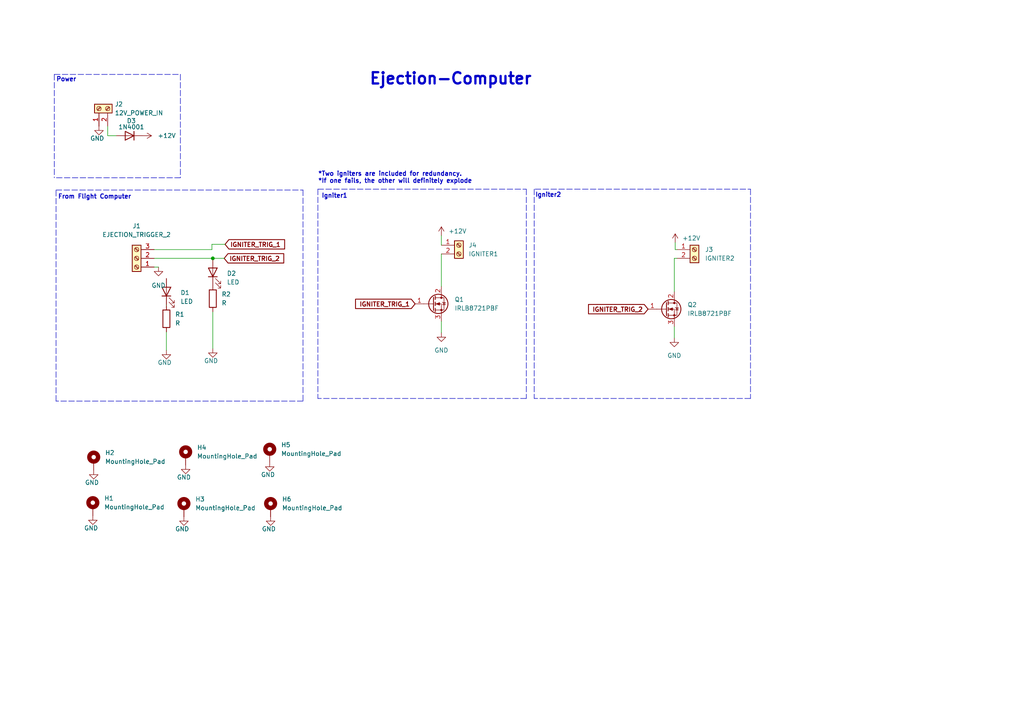
<source format=kicad_sch>
(kicad_sch (version 20211123) (generator eeschema)
  (paper "A4")
  (lib_symbols
    (symbol "Connector:Screw_Terminal_01x02" (pin_names (offset 1.016) hide)
      (property "Reference" "J" (at 0 2.54 0))
      (property "Value" "Screw_Terminal_01x02" (at 0 -5.08 0))
      (symbol "Screw_Terminal_01x02_1_1"
        (rectangle (start -1.27 1.27) (end 1.27 -3.81) (stroke (width 0.254)) (fill (type background)))
        (circle (center 0 -2.54) (radius 0.635) (stroke (width 0.1524)))
        (polyline (pts (xy -0.5334 -2.2098) (xy 0.3302 -3.048)) (stroke (width 0.1524)))
        (polyline (pts (xy -0.5334 0.3302) (xy 0.3302 -0.508)) (stroke (width 0.1524)))
        (polyline (pts (xy -0.3556 -2.032) (xy 0.508 -2.8702)) (stroke (width 0.1524)))
        (polyline (pts (xy -0.3556 0.508) (xy 0.508 -0.3302)) (stroke (width 0.1524)))
        (circle (center 0 0) (radius 0.635) (stroke (width 0.1524)))
        (pin passive line (at -5.08 0 0) (length 3.81) (name "Pin_1") (number "1"))
        (pin passive line (at -5.08 -2.54 0) (length 3.81) (name "Pin_2") (number "2"))
      )
    )
    (symbol "Connector:Screw_Terminal_01x03" (pin_names (offset 1.016) hide)
      (property "Reference" "J" (at 0 5.08 0))
      (property "Value" "Screw_Terminal_01x03" (at 0 -5.08 0))
      (symbol "Screw_Terminal_01x03_1_1"
        (rectangle (start -1.27 3.81) (end 1.27 -3.81) (stroke (width 0.254)) (fill (type background)))
        (circle (center 0 -2.54) (radius 0.635) (stroke (width 0.1524)))
        (polyline (pts (xy -0.5334 -2.2098) (xy 0.3302 -3.048)) (stroke (width 0.1524)))
        (polyline (pts (xy -0.5334 0.3302) (xy 0.3302 -0.508)) (stroke (width 0.1524)))
        (polyline (pts (xy -0.5334 2.8702) (xy 0.3302 2.032)) (stroke (width 0.1524)))
        (polyline (pts (xy -0.3556 -2.032) (xy 0.508 -2.8702)) (stroke (width 0.1524)))
        (polyline (pts (xy -0.3556 0.508) (xy 0.508 -0.3302)) (stroke (width 0.1524)))
        (polyline (pts (xy -0.3556 3.048) (xy 0.508 2.2098)) (stroke (width 0.1524)))
        (circle (center 0 0) (radius 0.635) (stroke (width 0.1524)))
        (circle (center 0 2.54) (radius 0.635) (stroke (width 0.1524)))
        (pin passive line (at -5.08 2.54 0) (length 3.81) (name "Pin_1") (number "1"))
        (pin passive line (at -5.08 0 0) (length 3.81) (name "Pin_2") (number "2"))
        (pin passive line (at -5.08 -2.54 0) (length 3.81) (name "Pin_3") (number "3"))
      )
    )
    (symbol "Device:LED" (pin_numbers hide) (pin_names (offset 1.016) hide)
      (property "Reference" "D" (at 0 2.54 0))
      (property "Value" "LED" (at 0 -2.54 0))
      (symbol "LED_0_1"
        (polyline (pts (xy -1.27 -1.27) (xy -1.27 1.27)) (stroke (width 0.254)))
        (polyline (pts (xy -1.27 0) (xy 1.27 0)))
        (polyline (pts (xy 1.27 -1.27) (xy 1.27 1.27) (xy -1.27 0) (xy 1.27 -1.27)) (stroke (width 0.254)))
        (polyline (pts (xy -3.048 -0.762) (xy -4.572 -2.286) (xy -3.81 -2.286) (xy -4.572 -2.286) (xy -4.572 -1.524)))
        (polyline (pts (xy -1.778 -0.762) (xy -3.302 -2.286) (xy -2.54 -2.286) (xy -3.302 -2.286) (xy -3.302 -1.524)))
      )
      (symbol "LED_1_1"
        (pin passive line (at -3.81 0 0) (length 2.54) (name "K") (number "1"))
        (pin passive line (at 3.81 0 180) (length 2.54) (name "A") (number "2"))
      )
    )
    (symbol "Device:R" (pin_numbers hide) (pin_names (offset 0))
      (property "Reference" "R" (at 2.032 0 90))
      (property "Value" "R" (at 0 0 90))
      (symbol "R_0_1"
        (rectangle (start -1.016 -2.54) (end 1.016 2.54) (stroke (width 0.254)))
      )
      (symbol "R_1_1"
        (pin passive line (at 0 3.81 270) (length 1.27) (name "~") (number "1"))
        (pin passive line (at 0 -3.81 90) (length 1.27) (name "~") (number "2"))
      )
    )
    (symbol "Diode:1N4001" (pin_numbers hide) (pin_names (offset 1.016) hide)
      (property "Reference" "D" (at 0 2.54 0))
      (property "Value" "1N4001" (at 0 -2.54 0))
      (symbol "1N4001_0_1"
        (polyline (pts (xy -1.27 1.27) (xy -1.27 -1.27)) (stroke (width 0.254)))
        (polyline (pts (xy 1.27 0) (xy -1.27 0)))
        (polyline (pts (xy 1.27 1.27) (xy 1.27 -1.27) (xy -1.27 0) (xy 1.27 1.27)) (stroke (width 0.254)))
      )
      (symbol "1N4001_1_1"
        (pin passive line (at -3.81 0 0) (length 2.54) (name "K") (number "1"))
        (pin passive line (at 3.81 0 180) (length 2.54) (name "A") (number "2"))
      )
    )
    (symbol "Mechanical:MountingHole_Pad" (pin_numbers hide) (pin_names (offset 1.016) hide)
      (property "Reference" "H" (at 0 6.35 0))
      (property "Value" "MountingHole_Pad" (at 0 4.445 0))
      (symbol "MountingHole_Pad_0_1"
        (circle (center 0 1.27) (radius 1.27) (stroke (width 1.27)))
      )
      (symbol "MountingHole_Pad_1_1"
        (pin input line (at 0 -2.54 90) (length 2.54) (name "1") (number "1"))
      )
    )
    (symbol "Transistor_FET:IRLB8721PBF" (pin_names hide)
      (property "Reference" "Q" (at 6.35 1.905 0))
      (property "Value" "IRLB8721PBF" (at 6.35 0 0))
      (symbol "IRLB8721PBF_0_1"
        (polyline (pts (xy 0.254 0) (xy -2.54 0)))
        (polyline (pts (xy 0.254 1.905) (xy 0.254 -1.905)) (stroke (width 0.254)))
        (polyline (pts (xy 0.762 -1.27) (xy 0.762 -2.286)) (stroke (width 0.254)))
        (polyline (pts (xy 0.762 0.508) (xy 0.762 -0.508)) (stroke (width 0.254)))
        (polyline (pts (xy 0.762 2.286) (xy 0.762 1.27)) (stroke (width 0.254)))
        (polyline (pts (xy 2.54 2.54) (xy 2.54 1.778)))
        (polyline (pts (xy 2.54 -2.54) (xy 2.54 0) (xy 0.762 0)))
        (polyline (pts (xy 0.762 -1.778) (xy 3.302 -1.778) (xy 3.302 1.778) (xy 0.762 1.778)))
        (polyline (pts (xy 1.016 0) (xy 2.032 0.381) (xy 2.032 -0.381) (xy 1.016 0)) (fill (type outline)))
        (polyline (pts (xy 2.794 0.508) (xy 2.921 0.381) (xy 3.683 0.381) (xy 3.81 0.254)))
        (polyline (pts (xy 3.302 0.381) (xy 2.921 -0.254) (xy 3.683 -0.254) (xy 3.302 0.381)))
        (circle (center 1.651 0) (radius 2.794) (stroke (width 0.254)))
        (circle (center 2.54 -1.778) (radius 0.254) (fill (type outline)))
        (circle (center 2.54 1.778) (radius 0.254) (fill (type outline)))
      )
      (symbol "IRLB8721PBF_1_1"
        (pin input line (at -5.08 0 0) (length 2.54) (name "G") (number "1"))
        (pin passive line (at 2.54 5.08 270) (length 2.54) (name "D") (number "2"))
        (pin passive line (at 2.54 -5.08 90) (length 2.54) (name "S") (number "3"))
      )
    )
    (symbol "power:+12V" (power) (pin_names (offset 0))
      (property "Value" "+12V" (at 0 3.556 0))
      (symbol "+12V_0_1"
        (polyline (pts (xy -0.762 1.27) (xy 0 2.54)))
        (polyline (pts (xy 0 0) (xy 0 2.54)))
        (polyline (pts (xy 0 2.54) (xy 0.762 1.27)))
      )
      (symbol "+12V_1_1"
        (pin power_in line (at 0 0 90) (length 0) hide (name "+12V") (number "1"))
      )
    )
    (symbol "power:GND" (power) (pin_names (offset 0))
      (property "Value" "GND" (at 0 -3.81 0))
      (symbol "GND_0_1"
        (polyline (pts (xy 0 0) (xy 0 -1.27) (xy 1.27 -1.27) (xy 0 -2.54) (xy -1.27 -1.27) (xy 0 -1.27)))
      )
      (symbol "GND_1_1"
        (pin power_in line (at 0 0 270) (length 0) hide (name "GND") (number "1"))
      )
    )
  )
  (junction (at 61.722 74.93))
  (polyline (pts (xy 154.94 54.864) (xy 154.94 115.57)))
  (polyline (pts (xy 92.202 54.864) (xy 92.202 115.57)))
  (polyline (pts (xy 152.654 115.57) (xy 92.202 115.57)))
  (wire (pts (xy 48.26 96.266) (xy 48.26 101.6)))
  (wire (pts (xy 128.016 93.218) (xy 128.016 96.52)))
  (wire (pts (xy 44.704 74.93) (xy 61.722 74.93)))
  (polyline (pts (xy 52.324 51.562) (xy 15.748 51.562)))
  (wire (pts (xy 61.722 74.93) (xy 65.024 74.93)))
  (wire (pts (xy 195.834 70.358) (xy 195.834 72.39)))
  (polyline (pts (xy 15.748 21.59) (xy 15.748 51.562)))
  (polyline (pts (xy 92.202 54.864) (xy 152.654 54.864)))
  (wire (pts (xy 44.704 72.39) (xy 61.468 72.39)))
  (wire (pts (xy 61.722 90.424) (xy 61.722 101.092)))
  (wire (pts (xy 196.342 74.93) (xy 195.58 74.93)))
  (polyline (pts (xy 87.884 116.332) (xy 16.256 116.332)))
  (polyline (pts (xy 15.748 21.59) (xy 52.324 21.59)))
  (polyline (pts (xy 217.678 54.864) (xy 217.678 115.57)))
  (wire (pts (xy 31.242 36.576) (xy 31.242 39.37)))
  (polyline (pts (xy 52.324 21.59) (xy 52.324 51.562)))
  (wire (pts (xy 61.468 72.39) (xy 61.468 70.866)))
  (polyline (pts (xy 155.194 54.864) (xy 217.678 54.864)))
  (wire (pts (xy 195.58 94.742) (xy 195.58 98.044)))
  (wire (pts (xy 61.468 70.866) (xy 65.278 70.866)))
  (wire (pts (xy 128.016 73.66) (xy 128.016 83.058)))
  (wire (pts (xy 195.58 74.93) (xy 195.58 84.582)))
  (polyline (pts (xy 152.654 54.864) (xy 152.654 115.57)))
  (wire (pts (xy 195.834 72.39) (xy 196.342 72.39)))
  (wire (pts (xy 61.722 74.93) (xy 61.722 75.184)))
  (wire (pts (xy 128.016 68.326) (xy 128.016 71.12)))
  (polyline (pts (xy 16.256 116.332) (xy 16.256 55.118)))
  (polyline (pts (xy 87.884 55.118) (xy 87.884 116.332)))
  (wire (pts (xy 44.704 77.47) (xy 45.974 77.47)))
  (wire (pts (xy 31.242 39.37) (xy 33.782 39.37)))
  (polyline (pts (xy 16.256 55.118) (xy 87.884 55.118)))
  (wire (pts (xy 48.26 88.646) (xy 48.26 88.392)))
  (polyline (pts (xy 217.678 115.57) (xy 154.94 115.57)))
  (text "From Flight Computer" (at 16.764 57.912 0) (effects (font (size 1.27 1.27) bold) (justify left bottom)))
  (text "Igniter2" (at 155.194 57.404 0) (effects (font (size 1.27 1.27) bold) (justify left bottom)))
  (text "Ejection-Computer" (at 106.934 24.892 0) (effects (font (size 3.27 3.27) (thickness 0.654) bold) (justify left bottom)))
  (text "Power" (at 16.256 23.876 0) (effects (font (size 1.27 1.27) bold) (justify left bottom)))
  (text "*Two igniters are included for redundancy.\n*If one fails, the other will definitely explode" (at 92.202 53.34 0) (effects (font (size 1.27 1.27) bold) (justify left bottom)))
  (text "Igniter1" (at 93.218 57.658 0) (effects (font (size 1.27 1.27) bold) (justify left bottom)))
  (global_label "IGNITER_TRIG_2" (shape input) (at 65.024 74.93 0) (effects (font bold)) (property "Intersheet References" "${INTERSHEET_REFS}" (effects hide)))
  (global_label "IGNITER_TRIG_2" (shape input) (at 187.96 89.662 180) (effects (font bold)) (property "Intersheet References" "${INTERSHEET_REFS}" (effects hide)))
  (global_label "IGNITER_TRIG_1" (shape input) (at 120.396 88.138 180) (effects (font bold)) (property "Intersheet References" "${INTERSHEET_REFS}" (effects hide)))
  (global_label "IGNITER_TRIG_1" (shape input) (at 65.278 70.866 0) (effects (font bold)) (property "Intersheet References" "${INTERSHEET_REFS}" (effects hide)))
  (symbol (lib_id "Transistor_FET:IRLB8721PBF") (at 193.04 89.662 0) (unit 1)
    (property "Reference" "Q2" (at 199.39 88.3919 0) (effects (justify left)))
    (property "Value" "IRLB8721PBF" (at 199.39 90.9319 0) (effects (justify left)))
    (property "Footprint" "Package_TO_SOT_THT:TO-220-3_Vertical" (effects hide))
    (property "Datasheet" "http://www.infineon.com/dgdl/irlb8721pbf.pdf?fileId=5546d462533600a40153566056732591" (effects hide))
  )
  (symbol (lib_id "power:GND") (at 78.486 149.86 0) (unit 1)
    (property "Reference" "#PWR0106" (effects hide))
    (property "Value" "GND" (at 77.978 153.416 0))
  )
  (symbol (lib_id "power:GND") (at 48.26 101.6 0) (unit 1)
    (property "Reference" "#PWR02" (effects hide))
    (property "Value" "GND" (at 47.752 105.156 0))
  )
  (symbol (lib_id "Device:LED") (at 48.26 84.582 90) (unit 1)
    (property "Reference" "D1" (at 52.324 84.8994 90) (effects (justify right)))
    (property "Value" "LED" (at 52.324 87.4394 90) (effects (justify right)))
    (property "Footprint" "LED_SMD:LED_0805_2012Metric" (effects hide))
  )
  (symbol (lib_id "Device:R") (at 48.26 92.456 0) (unit 1)
    (property "Reference" "R1" (at 50.8 91.1859 0) (effects (justify left)))
    (property "Value" "R" (at 50.8 93.7259 0) (effects (justify left)))
    (property "Footprint" "LED_SMD:LED_0805_2012Metric" (effects hide))
  )
  (symbol (lib_id "power:GND") (at 195.58 98.044 0) (unit 1)
    (property "Reference" "#PWR08" (effects hide))
    (property "Value" "GND" (at 195.58 103.124 0))
  )
  (symbol (lib_id "power:GND") (at 28.702 36.576 0) (unit 1)
    (property "Reference" "#PWR05" (effects hide))
    (property "Value" "GND" (at 28.194 40.132 0))
  )
  (symbol (lib_id "Connector:Screw_Terminal_01x03") (at 39.624 74.93 180) (unit 1)
    (property "Reference" "J1" (at 39.624 65.532 0))
    (property "Value" "EJECTION_TRIGGER_2" (at 39.624 68.072 0))
    (property "Footprint" "TerminalBlock:TerminalBlock_bornier-3_P5.08mm" (effects hide))
  )
  (symbol (lib_id "Mechanical:MountingHole_Pad") (at 27.178 133.858 0) (unit 1)
    (property "Reference" "H2" (at 30.48 131.3179 0) (effects (justify left)))
    (property "Value" "MountingHole_Pad" (at 30.48 133.8579 0) (effects (justify left)))
    (property "Footprint" "MountingHole:MountingHole_3.2mm_M3_Pad_Via" (effects hide))
  )
  (symbol (lib_id "Mechanical:MountingHole_Pad") (at 26.924 147.066 0) (unit 1)
    (property "Reference" "H1" (at 30.226 144.5259 0) (effects (justify left)))
    (property "Value" "MountingHole_Pad" (at 30.226 147.0659 0) (effects (justify left)))
    (property "Footprint" "MountingHole:MountingHole_3.2mm_M3_Pad_Via" (effects hide))
  )
  (symbol (lib_id "power:+12V") (at 195.834 70.358 0) (unit 1)
    (property "Reference" "#PWR09" (effects hide))
    (property "Value" "+12V" (at 197.866 69.0879 0) (effects (justify left)))
  )
  (symbol (lib_id "Device:LED") (at 61.722 78.994 90) (unit 1)
    (property "Reference" "D2" (at 65.786 79.3114 90) (effects (justify right)))
    (property "Value" "LED" (at 65.786 81.8514 90) (effects (justify right)))
    (property "Footprint" "LED_SMD:LED_0805_2012Metric" (effects hide))
  )
  (symbol (lib_id "power:GND") (at 26.924 149.606 0) (unit 1)
    (property "Reference" "#PWR0102" (effects hide))
    (property "Value" "GND" (at 26.416 153.162 0))
  )
  (symbol (lib_id "Mechanical:MountingHole_Pad") (at 78.486 147.32 0) (unit 1)
    (property "Reference" "H6" (at 81.788 144.7799 0) (effects (justify left)))
    (property "Value" "MountingHole_Pad" (at 81.788 147.3199 0) (effects (justify left)))
    (property "Footprint" "MountingHole:MountingHole_3.2mm_M3_Pad_Via" (effects hide))
  )
  (symbol (lib_id "power:+12V") (at 128.016 68.326 0) (unit 1)
    (property "Reference" "#PWR07" (effects hide))
    (property "Value" "+12V" (at 130.048 67.0559 0) (effects (justify left)))
  )
  (symbol (lib_id "Mechanical:MountingHole_Pad") (at 53.34 147.32 0) (unit 1)
    (property "Reference" "H3" (at 56.642 144.7799 0) (effects (justify left)))
    (property "Value" "MountingHole_Pad" (at 56.642 147.3199 0) (effects (justify left)))
    (property "Footprint" "MountingHole:MountingHole_3.2mm_M3_Pad_Via" (effects hide))
  )
  (symbol (lib_id "power:GND") (at 53.848 134.874 0) (unit 1)
    (property "Reference" "#PWR0103" (effects hide))
    (property "Value" "GND" (at 53.34 138.43 0))
  )
  (symbol (lib_id "Device:R") (at 61.722 86.614 0) (unit 1)
    (property "Reference" "R2" (at 64.262 85.3439 0) (effects (justify left)))
    (property "Value" "R" (at 64.262 87.8839 0) (effects (justify left)))
    (property "Footprint" "LED_SMD:LED_0805_2012Metric" (effects hide))
  )
  (symbol (lib_id "Mechanical:MountingHole_Pad") (at 78.232 131.572 0) (unit 1)
    (property "Reference" "H5" (at 81.534 129.0319 0) (effects (justify left)))
    (property "Value" "MountingHole_Pad" (at 81.534 131.5719 0) (effects (justify left)))
    (property "Footprint" "MountingHole:MountingHole_3.2mm_M3_Pad_Via" (effects hide))
  )
  (symbol (lib_id "power:GND") (at 45.974 77.47 0) (unit 1)
    (property "Reference" "#PWR01" (effects hide))
    (property "Value" "GND" (at 45.974 82.804 0))
  )
  (symbol (lib_id "Connector:Screw_Terminal_01x02") (at 28.702 31.496 90) (unit 1)
    (property "Reference" "J2" (at 33.274 30.2259 90) (effects (justify right)))
    (property "Value" "12V_POWER_IN" (at 33.274 32.7659 90) (effects (justify right)))
    (property "Footprint" "TerminalBlock:TerminalBlock_bornier-2_P5.08mm" (effects hide))
  )
  (symbol (lib_id "Connector:Screw_Terminal_01x02") (at 133.096 71.12 0) (unit 1)
    (property "Reference" "J4" (at 135.89 71.1199 0) (effects (justify left)))
    (property "Value" "IGNITER1" (at 135.89 73.6599 0) (effects (justify left)))
    (property "Footprint" "TerminalBlock:TerminalBlock_bornier-2_P5.08mm" (effects hide))
  )
  (symbol (lib_id "power:GND") (at 128.016 96.52 0) (unit 1)
    (property "Reference" "#PWR04" (effects hide))
    (property "Value" "GND" (at 128.016 101.6 0))
  )
  (symbol (lib_id "Connector:Screw_Terminal_01x02") (at 201.422 72.39 0) (unit 1)
    (property "Reference" "J3" (at 204.47 72.3899 0) (effects (justify left)))
    (property "Value" "IGNITER2" (at 204.47 74.9299 0) (effects (justify left)))
    (property "Footprint" "TerminalBlock:TerminalBlock_bornier-2_P5.08mm" (effects hide))
  )
  (symbol (lib_id "power:GND") (at 27.178 136.398 0) (unit 1)
    (property "Reference" "#PWR0101" (effects hide))
    (property "Value" "GND" (at 26.67 139.954 0))
  )
  (symbol (lib_id "Transistor_FET:IRLB8721PBF") (at 125.476 88.138 0) (unit 1)
    (property "Reference" "Q1" (at 131.826 86.8679 0) (effects (justify left)))
    (property "Value" "IRLB8721PBF" (at 131.826 89.4079 0) (effects (justify left)))
    (property "Footprint" "Package_TO_SOT_THT:TO-220-3_Vertical" (effects hide))
    (property "Datasheet" "http://www.infineon.com/dgdl/irlb8721pbf.pdf?fileId=5546d462533600a40153566056732591" (effects hide))
  )
  (symbol (lib_id "Mechanical:MountingHole_Pad") (at 53.848 132.334 0) (unit 1)
    (property "Reference" "H4" (at 57.15 129.7939 0) (effects (justify left)))
    (property "Value" "MountingHole_Pad" (at 57.15 132.3339 0) (effects (justify left)))
    (property "Footprint" "MountingHole:MountingHole_3.2mm_M3_Pad_Via" (effects hide))
  )
  (symbol (lib_id "Diode:1N4001") (at 37.592 39.37 180) (unit 1)
    (property "Reference" "D3" (at 38.1 35.052 0))
    (property "Value" "1N4001" (at 38.1 36.83 0))
    (property "Footprint" "Diode_SMD:D_0805_2012Metric" (effects hide))
    (property "Datasheet" "http://www.vishay.com/docs/88503/1n4001.pdf" (effects hide))
  )
  (symbol (lib_id "power:GND") (at 61.722 101.092 0) (unit 1)
    (property "Reference" "#PWR03" (effects hide))
    (property "Value" "GND" (at 61.214 104.648 0))
  )
  (symbol (lib_id "power:GND") (at 53.34 149.86 0) (unit 1)
    (property "Reference" "#PWR0104" (effects hide))
    (property "Value" "GND" (at 52.832 153.416 0))
  )
  (symbol (lib_id "power:GND") (at 78.232 134.112 0) (unit 1)
    (property "Reference" "#PWR0105" (effects hide))
    (property "Value" "GND" (at 77.724 137.668 0))
  )
  (symbol (lib_id "power:+12V") (at 41.402 39.37 270) (unit 1)
    (property "Reference" "#PWR06" (effects hide))
    (property "Value" "+12V" (at 45.72 39.3699 90) (effects (justify left)))
  )
)
</source>
